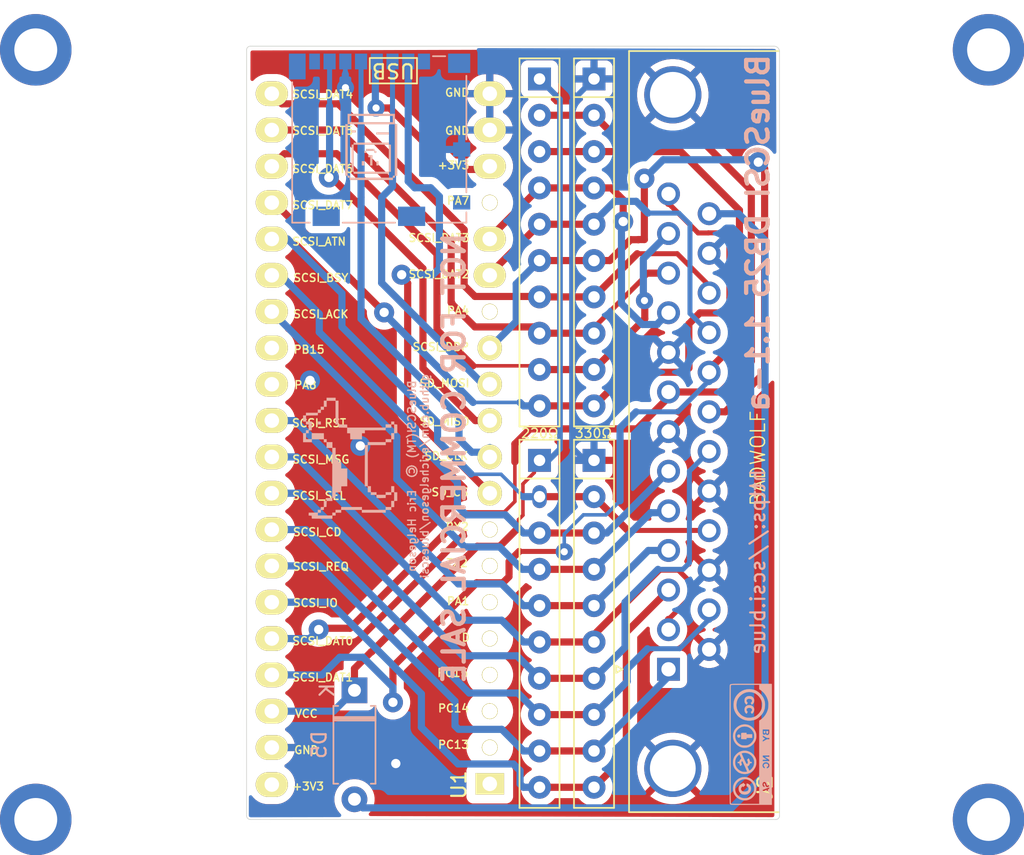
<source format=kicad_pcb>
(kicad_pcb (version 20241229) (generator "pcbnew") (generator_version "9.0")
  (layers (0 "F.Cu" signal) (2 "B.Cu" signal) (13 "F.Paste" user) (15 "B.Paste" user) (5 "F.SilkS" user "F.Silkscreen") (7 "B.SilkS" user "B.Silkscreen") (1 "F.Mask" user) (3 "B.Mask" user) (25 "Edge.Cuts" user))
  (net 0 "")
  (net 1 "/SD_MISO")
  (net 2 "GND")
  (net 3 "/SD_CLK")
  (net 4 "+3V3")
  (net 5 "/SD_MOSI")
  (net 6 "/SD_CS")
  (net 7 "/SCSI_IO")
  (net 8 "/SCSI_REQ")
  (net 9 "/SCSI_CD")
  (net 10 "/SCSI_SEL")
  (net 11 "/SCSI_RST")
  (net 12 "/SCSI_ACK")
  (net 13 "/SCSI_BSY")
  (net 14 "/SCSI_ATN")
  (net 15 "/SCSI_MSG")
  (net 16 "/SCSI_DBP")
  (net 17 "/SCSI_DAT7")
  (net 18 "/SCSI_DAT6")
  (net 19 "/SCSI_DAT5")
  (net 20 "/SCSI_DAT4")
  (net 21 "/SCSI_DAT3")
  (net 22 "/SCSI_DAT2")
  (net 23 "/SCSI_DAT1")
  (net 24 "/SCSI_DAT0")
  (net 25 "VCC")
  (net 26 "/TERM_PWR")
  (footprint "Resistor_THT:R_Array_SIP10" (layer "F.Cu") (at 108.315 98.175 -90)
    (property "Reference" "RN1" (hide yes))
    (property "Value" "220")
  )
  (footprint "Resistor_THT:R_Array_SIP10" (layer "F.Cu") (at 112.125 98.175 -90)
    (property "Reference" "RN2" (hide yes))
    (property "Value" "330")
  )
  (footprint "Resistor_THT:R_Array_SIP10" (layer "F.Cu") (at 108.315 124.845 -90)
    (property "Reference" "RN3" (hide yes))
    (property "Value" "220")
  )
  (footprint "Resistor_THT:R_Array_SIP10" (layer "F.Cu") (at 112.125 124.845 -90)
    (property "Reference" "RN4" (hide yes))
    (property "Value" "330")
  )
  (footprint "Connector_Dsub:DSUB-25_Male_Horizontal_P2.77x2.84mm_EdgePinOffset4.94mm_Housed_MountingHolesOffset7.48mm" (layer "F.Cu") (at 117.335 139.455 90)
    (property "Reference" "J2")
    (property "Value" "DB25_Male_MountingHoles")
  )
  (footprint "blue:BluePill_STM32F103C" (layer "F.Cu") (at 104.835 147.414 180)
    (property "Reference" "U1")
    (property "Value" "BluePill_STM32F103C" (hide yes))
  )
  (footprint "BlueSCSILogo:cc_by_nc_sa_front_silk_screen" (layer "B.Cu") (at 123.085 144.705 -90)
    (property "Reference" "G002" (hide yes))
    (property "Value" "LOGO" (hide yes))
  )
  (footprint "BlueSCSILogo:mac_happy_small" (layer "B.Cu") (at 96.585 102.955)
    (property "Reference" "G004" (hide yes))
    (property "Value" "LOGO" (hide yes))
  )
  (footprint "BlueSCSILogo:dogcow" (layer "B.Cu") (at 95.085 124.705 -90)
    (property "Reference" "G001" (hide yes))
    (property "Value" "LOGO" (hide yes))
  )
  (footprint "Diode_THT:D_A-405_P7.62mm_Horizontal" (layer "B.Cu") (at 95.375 140.925 -90)
    (property "Reference" "D5")
    (property "Value" "Diode")
  )
  (footprint "Connector_Card:microSD_HC_Molex_104031-0811" (layer "B.Cu") (at 97.13 102.405 180)
    (property "Reference" "J5" (hide yes))
    (property "Value" "Micro_SD_Card")
  )
  (gr_line (start 96.444 96.711) (end 96.444 98.489) (stroke (width 0.12)) (layer "F.SilkS"))
  (gr_line (start 96.444 98.489) (end 99.746 98.489) (stroke (width 0.12)) (layer "F.SilkS"))
  (gr_line (start 96.5075 96.711) (end 99.746 96.711) (stroke (width 0.12)) (layer "F.SilkS"))
  (gr_line (start 99.746 96.711) (end 99.746 98.489) (stroke (width 0.12)) (layer "F.SilkS"))
  (gr_line (start 87.831 149.701) (end 87.835 96.139) (stroke (width 0.05)) (layer "Edge.Cuts"))
  (gr_line (start 124.714 95.885) (end 88.089 95.885) (stroke (width 0.05)) (layer "Edge.Cuts"))
  (gr_line (start 124.841 149.959) (end 88.085 149.955) (stroke (width 0.05)) (layer "Edge.Cuts"))
  (gr_arc (start 87.835 96.139) (mid 87.909395 95.959395) (end 88.089 95.885) (stroke (width 0.05)) (layer "Edge.Cuts"))
  (gr_arc (start 88.085 149.955) (mid 87.905395 149.880605) (end 87.831 149.701) (stroke (width 0.05)) (layer "Edge.Cuts"))
  (gr_arc (start 124.714 95.885) (mid 124.983408 95.996592) (end 125.095 96.266) (stroke (width 0.05)) (layer "Edge.Cuts"))
  (gr_line (start 125.095 149.705) (end 125.095 96.266) (stroke (width 0.05)) (layer "Edge.Cuts"))
  (gr_arc (start 125.095 149.705) (mid 125.020605 149.884605) (end 124.841 149.959) (stroke (width 0.05)) (layer "Edge.Cuts"))
  (gr_text "220Ω" (at 108.335 122.955 0) (layer "F.SilkS") (effects (font (size 0.65 0.65) (thickness 0.1))))
  (gr_text "330Ω" (at 112.085 122.955 0) (layer "F.SilkS") (effects (font (size 0.65 0.65) (thickness 0.1))))
  (gr_text "BADWOLF\n" (at 123.585 124.705 90) (layer "F.SilkS") (effects (font (size 1 1) (thickness 0.1))))
  (gr_text "USB" (at 98.095 97.6 180) (layer "F.SilkS") (effects (font (size 1 1))))
  (gr_text "SCSI_DAT4" (at 93.154 99.255 0) (layer "F.SilkS") (effects (font (size 0.55 0.55) (thickness 0.1))))
  (gr_text "SCSI_DAT5" (at 93.154 101.795 0) (layer "F.SilkS") (effects (font (size 0.55 0.55) (thickness 0.1))))
  (gr_text "SCSI_DAT6" (at 93.154 104.462 0) (layer "F.SilkS") (effects (font (size 0.55 0.55) (thickness 0.1))))
  (gr_text "SCSI_DAT7" (at 93.154 107.002 0) (layer "F.SilkS") (effects (font (size 0.55 0.55) (thickness 0.1))))
  (gr_text "SCSI_ATN" (at 92.9 109.542 0) (layer "F.SilkS") (effects (font (size 0.55 0.55) (thickness 0.1))))
  (gr_text "SCSI_BSY" (at 93.027 112.082 0) (layer "F.SilkS") (effects (font (size 0.55 0.55) (thickness 0.1))))
  (gr_text "SCSI_RST" (at 92.9 122.242 0) (layer "F.SilkS") (effects (font (size 0.55 0.55) (thickness 0.1))))
  (gr_text "SCSI_MSG" (at 93.027 124.782 0) (layer "F.SilkS") (effects (font (size 0.55 0.55) (thickness 0.1))))
  (gr_text "SCSI_SEL" (at 92.9 127.322 0) (layer "F.SilkS") (effects (font (size 0.55 0.55) (thickness 0.1))))
  (gr_text "SCSI_CD" (at 92.773 129.862 0) (layer "F.SilkS") (effects (font (size 0.55 0.55) (thickness 0.1))))
  (gr_text "SCSI_REQ" (at 93.027 132.275 0) (layer "F.SilkS") (effects (font (size 0.55 0.55) (thickness 0.1))))
  (gr_text "SCSI_IO" (at 92.646 134.815 0) (layer "F.SilkS") (effects (font (size 0.55 0.55) (thickness 0.1))))
  (gr_text "SCSI_DAT0" (at 93.154 137.482 0) (layer "F.SilkS") (effects (font (size 0.55 0.55) (thickness 0.1))))
  (gr_text "SCSI_DAT1" (at 93.154 140.022 0) (layer "F.SilkS") (effects (font (size 0.55 0.55) (thickness 0.1))))
  (gr_text "LED" (at 102.683 137.232 0) (layer "F.SilkS") (effects (font (size 0.55 0.55) (thickness 0.1))))
  (gr_text "SD_CS" (at 102.048 127.072 0) (layer "F.SilkS") (effects (font (size 0.55 0.55) (thickness 0.1))))
  (gr_text "SD_CLK" (at 101.794 124.532 0) (layer "F.SilkS") (effects (font (size 0.55 0.55) (thickness 0.1))))
  (gr_text "SD_MISO" (at 101.667 122.119 0) (layer "F.SilkS") (effects (font (size 0.55 0.55) (thickness 0.1))))
  (gr_text "SD_MOSI" (at 101.667 119.452 0) (layer "F.SilkS") (effects (font (size 0.55 0.55) (thickness 0.1))))
  (gr_text "SCSI_DBP" (at 101.413 116.912 0) (layer "F.SilkS") (effects (font (size 0.55 0.55) (thickness 0.1))))
  (gr_text "SCSI_DAT2" (at 101.286 111.832 0) (layer "F.SilkS") (effects (font (size 0.55 0.55) (thickness 0.1))))
  (gr_text "SCSI_DAT3" (at 101.286 109.292 0) (layer "F.SilkS") (effects (font (size 0.55 0.55) (thickness 0.1))))
  (gr_text "+3V3" (at 102.302 104.212 0) (layer "F.SilkS") (effects (font (size 0.55 0.55) (thickness 0.1))))
  (gr_text "GND" (at 102.556 101.799 0) (layer "F.SilkS") (effects (font (size 0.55 0.55) (thickness 0.1))))
  (gr_text "GND" (at 102.556 99.132 0) (layer "F.SilkS") (effects (font (size 0.55 0.55) (thickness 0.1))))
  (gr_text "+3V3" (at 92.138 147.642 0) (layer "F.SilkS") (effects (font (size 0.55 0.55) (thickness 0.1))))
  (gr_text "GND" (at 92.011 145.102 0) (layer "F.SilkS") (effects (font (size 0.55 0.55) (thickness 0.1))))
  (gr_text "VCC" (at 92.011 142.562 0) (layer "F.SilkS") (effects (font (size 0.55 0.55) (thickness 0.1))))
  (gr_text "TX2" (at 102.556 132.025 0) (layer "F.SilkS") (effects (font (size 0.55 0.55) (thickness 0.1))))
  (gr_text "RX2" (at 102.556 129.485 0) (layer "F.SilkS") (effects (font (size 0.55 0.55) (thickness 0.1))))
  (gr_text "PC13" (at 102.302 144.725 0) (layer "F.SilkS") (effects (font (size 0.55 0.55) (thickness 0.1))))
  (gr_text "PC14" (at 102.302 142.185 0) (layer "F.SilkS") (effects (font (size 0.55 0.55) (thickness 0.1))))
  (gr_text "PC15" (at 102.2385 139.7085 0) (layer "F.SilkS") (effects (font (size 0.55 0.55) (thickness 0.1))))
  (gr_text "PB15" (at 92.2015 117.0985 0) (layer "F.SilkS") (effects (font (size 0.55 0.55) (thickness 0.1))))
  (gr_text "PA8" (at 91.9475 119.575 0) (layer "F.SilkS") (effects (font (size 0.55 0.55) (thickness 0.1))))
  (gr_text "PA4" (at 102.6195 114.372 0) (layer "F.SilkS") (effects (font (size 0.55 0.55) (thickness 0.1))))
  (gr_text "PA7" (at 102.6195 106.6885 0) (layer "F.SilkS") (effects (font (size 0.55 0.55) (thickness 0.1))))
  (gr_text "PA1" (at 102.6195 134.692 0) (layer "F.SilkS") (effects (font (size 0.55 0.55) (thickness 0.1))))
  (gr_text "SCSI_ACK" (at 93.027 114.622 0) (layer "F.SilkS") (effects (font (size 0.55 0.55) (thickness 0.1))))
  (gr_text "BlueSCSI DB25 1.1-a" (at 123.585 108.955 90) (layer "B.SilkS") (effects (font (size 1.5 1.5) (thickness 0.3)) (justify mirror)))
  (gr_text "https://scsi.blue" (at 123.585 131.955 90) (layer "B.SilkS") (effects (font (size 1 1)) (justify mirror)))
  (gr_text "NOT FOR COMMERCIAL SALE" (at 102.335 124.705 90) (layer "B.SilkS") (effects (font (size 1.5 1.5) (thickness 0.3)) (justify mirror)))
  (gr_text "BlueSCSI(TM) ©  Eric Helgeson\ngithub.com/erichelgeson/bluescsi" (at 99.835 125.955 90) (layer "B.SilkS") (effects (font (size 0.55 0.55) (thickness 0.1)) (justify mirror)))
  (via (at 73.089 149.955) (size 5) (drill 3) (layers "F.Cu" "B.Cu") (net 0))
  (via (at 139.714 149.955) (size 5) (drill 3) (layers "F.Cu" "B.Cu") (net 0))
  (via (at 139.714 96.139) (size 5) (drill 3) (layers "F.Cu" "B.Cu") (net 0))
  (via (at 73.089 96.139) (size 5) (drill 3) (layers "F.Cu" "B.Cu") (net 0))
  (segment (start 99.785 111.055) (end 100.165 111.435) (width 0.5) (layer "F.Cu") (net 1))
  (segment (start 100.165 111.435) (end 100.165 118.405) (width 0.5) (layer "F.Cu") (net 1))
  (segment (start 93.585 105.065) (end 93.785 105.065) (width 0.5) (layer "F.Cu") (net 1))
  (segment (start 100.165 118.405) (end 103.8249 122.0649) (width 0.5) (layer "F.Cu") (net 1))
  (segment (start 104.8349 122.0649) (end 104.835 122.065) (width 0.25) (layer "F.Cu") (net 1))
  (segment (start 99.775 111.055) (end 99.785 111.055) (width 0.5) (layer "F.Cu") (net 1))
  (segment (start 104.835 122.0648) (end 104.8349 122.0649) (width 0.25) (layer "F.Cu") (net 1))
  (segment (start 93.785 105.065) (end 99.775 111.055) (width 0.5) (layer "F.Cu") (net 1))
  (segment (start 103.8249 122.0649) (end 104.8349 122.0649) (width 0.5) (layer "F.Cu") (net 1))
  (via (at 93.585 105.065) (size 1.4) (drill 0.65) (layers "F.Cu" "B.Cu") (net 1))
  (segment (start 93.635 96.955) (end 93.635 100.075) (width 0.35) (layer "B.Cu") (net 1))
  (segment (start 93.635 100.075) (end 93.635 105.015) (width 0.5) (layer "B.Cu") (net 1))
  (segment (start 93.635 105.015) (end 93.585 105.065) (width 0.35) (layer "B.Cu") (net 1))
  (segment (start 117.335 117.295) (end 117.335 116.955) (width 0.25) (layer "F.Cu") (net 2))
  (via (at 94.745 98.785) (size 1.2) (drill 0.5) (layers "F.Cu" "B.Cu") (net 2))
  (via (at 98.265 146.045) (size 1.4) (drill 0.65) (layers "F.Cu" "B.Cu") (net 2))
  (via (at 95.785 123.835) (size 1.4) (drill 0.65) (layers "F.Cu" "B.Cu") (net 2))
  (via (at 92.265 119.255) (size 1.4) (drill 0.65) (layers "F.Cu" "B.Cu") (net 2))
  (segment (start 110.585 99.715) (end 110.585 123.941) (width 0.4) (layer "B.Cu") (net 2))
  (segment (start 112.125 98.175) (end 110.585 99.715) (width 0.4) (layer "B.Cu") (net 2))
  (segment (start 110.585 123.941) (end 111.807 125.163) (width 0.4) (layer "B.Cu") (net 2))
  (segment (start 104.8349 124.6049) (end 104.835 124.605) (width 0.25) (layer "B.Cu") (net 3))
  (segment (start 104.5048 124.275) (end 104.8349 123.9449) (width 0.25) (layer "B.Cu") (net 3))
  (segment (start 95.835 106.455) (end 95.835 114.945) (width 0.5) (layer "B.Cu") (net 3))
  (segment (start 95.835 104.775) (end 95.835 106.455) (width 0.5) (layer "B.Cu") (net 3))
  (segment (start 103.5806 124.275) (end 104.5048 124.275) (width 0.5) (layer "B.Cu") (net 3))
  (segment (start 102.685 123.3794) (end 103.5806 124.275) (width 0.5) (layer "B.Cu") (net 3))
  (segment (start 102.685 121.795) (end 102.685 123.3794) (width 0.5) (layer "B.Cu") (net 3))
  (segment (start 104.835 124.6048) (end 104.8349 124.6049) (width 0.25) (layer "B.Cu") (net 3))
  (segment (start 104.8349 123.9449) (end 104.8349 124.6049) (width 0.5) (layer "B.Cu") (net 3))
  (segment (start 95.835 101.425) (end 95.835 104.775) (width 0.5) (layer "B.Cu") (net 3))
  (segment (start 95.835 114.945) (end 102.685 121.795) (width 0.5) (layer "B.Cu") (net 3))
  (segment (start 95.835 96.955) (end 95.835 101.425) (width 0.35) (layer "B.Cu") (net 3))
  (segment (start 97.835 100.205) (end 102.135 104.505) (width 0.5) (layer "F.Cu") (net 4))
  (segment (start 104.8348 104.285) (end 104.835 104.2848) (width 0.25) (layer "F.Cu") (net 4))
  (segment (start 104.835 104.285) (end 104.8348 104.285) (width 0.25) (layer "F.Cu") (net 4))
  (segment (start 104.6148 104.505) (end 104.8348 104.285) (width 0.5) (layer "F.Cu") (net 4))
  (segment (start 96.885 100.205) (end 97.835 100.205) (width 0.5) (layer "F.Cu") (net 4))
  (segment (start 102.135 104.505) (end 104.6148 104.505) (width 0.5) (layer "F.Cu") (net 4))
  (via (at 96.885 100.205) (size 1.2) (drill 0.5) (layers "F.Cu" "B.Cu") (net 4))
  (segment (start 96.885 100.205) (end 96.835 100.155) (width 0.5) (layer "B.Cu") (net 4))
  (segment (start 96.835 97.055) (end 96.935 96.955) (width 0.25) (layer "B.Cu") (net 4))
  (segment (start 96.835 100.155) (end 96.835 97.055) (width 0.5) (layer "B.Cu") (net 4))
  (segment (start 104.3649 119.5249) (end 97.275 112.435) (width 0.5) (layer "B.Cu") (net 5))
  (segment (start 98.035 105.695) (end 98.035 101.465) (width 0.5) (layer "B.Cu") (net 5))
  (segment (start 98.035 101.465) (end 98.035 96.955) (width 0.35) (layer "B.Cu") (net 5))
  (segment (start 104.8349 119.5249) (end 104.835 119.525) (width 0.25) (layer "B.Cu") (net 5))
  (segment (start 104.8349 119.5249) (end 104.3649 119.5249) (width 0.5) (layer "B.Cu") (net 5))
  (segment (start 97.275 112.435) (end 97.275 106.455) (width 0.5) (layer "B.Cu") (net 5))
  (segment (start 104.835 119.5248) (end 104.8349 119.5249) (width 0.25) (layer "B.Cu") (net 5))
  (segment (start 97.275 106.455) (end 98.035 105.695) (width 0.5) (layer "B.Cu") (net 5))
  (segment (start 98.675 112.035) (end 99.095 112.455) (width 0.5) (layer "F.Cu") (net 6))
  (segment (start 98.675 111.865) (end 98.675 112.035) (width 0.5) (layer "F.Cu") (net 6))
  (segment (start 104.835 127.1448) (end 104.8349 127.1449) (width 0.25) (layer "F.Cu") (net 6))
  (segment (start 99.095 112.455) (end 99.095 121.405) (width 0.5) (layer "F.Cu") (net 6))
  (segment (start 99.095 121.405) (end 104.8349 127.1449) (width 0.5) (layer "F.Cu") (net 6))
  (segment (start 104.8349 127.1449) (end 104.835 127.145) (width 0.25) (layer "F.Cu") (net 6))
  (via (at 98.675 111.865) (size 1.4) (drill 0.65) (layers "F.Cu" "B.Cu") (net 6))
  (segment (start 100.705 105.785) (end 99.585 105.785) (width 0.5) (layer "B.Cu") (net 6))
  (segment (start 99.585 105.785) (end 99.135 105.335) (width 0.5) (layer "B.Cu") (net 6))
  (segment (start 101.315 111.415) (end 101.315 106.395) (width 0.5) (layer "B.Cu") (net 6))
  (segment (start 98.675 111.865) (end 100.865 111.865) (width 0.5) (layer "B.Cu") (net 6))
  (segment (start 101.315 106.395) (end 100.705 105.785) (width 0.5) (layer "B.Cu") (net 6))
  (segment (start 100.865 111.865) (end 101.315 111.415) (width 0.5) (layer "B.Cu") (net 6))
  (segment (start 99.135 105.335) (end 99.135 96.955) (width 0.5) (layer "B.Cu") (net 6))
  (segment (start 117.335 133.915) (end 114.385 136.865) (width 0.5) (layer "F.Cu") (net 7))
  (segment (start 114.385 145.445) (end 112.125 147.705) (width 0.5) (layer "F.Cu") (net 7))
  (segment (start 108.315 147.705) (end 112.125 147.705) (width 0.5) (layer "F.Cu") (net 7))
  (segment (start 114.385 136.865) (end 114.385 145.445) (width 0.5) (layer "F.Cu") (net 7))
  (segment (start 108.315 147.705) (end 107.1897 147.705) (width 0.5) (layer "B.Cu") (net 7))
  (segment (start 93.6448 134.7648) (end 91.725 134.7648) (width 0.5) (layer "B.Cu") (net 7))
  (segment (start 91.725 134.7648) (end 89.595 134.7648) (width 0.5) (layer "B.Cu") (net 7))
  (segment (start 102.615 146.075) (end 100.055 143.515) (width 0.5) (layer "B.Cu") (net 7))
  (segment (start 106.485 146.075) (end 102.615 146.075) (width 0.5) (layer "B.Cu") (net 7))
  (segment (start 100.055 143.515) (end 100.055 141.175) (width 0.5) (layer "B.Cu") (net 7))
  (segment (start 107.1897 147.705) (end 106.955 147.4703) (width 0.5) (layer "B.Cu") (net 7))
  (segment (start 106.955 146.545) (end 106.485 146.075) (width 0.5) (layer "B.Cu") (net 7))
  (segment (start 106.955 147.4703) (end 106.955 146.545) (width 0.5) (layer "B.Cu") (net 7))
  (segment (start 100.055 141.175) (end 93.6448 134.7648) (width 0.5) (layer "B.Cu") (net 7))
  (segment (start 91.725 134.7648) (end 92.2448 134.7648) (width 0.25) (layer "B.Cu") (net 7))
  (segment (start 108.315 145.165) (end 112.125 145.165) (width 0.5) (layer "F.Cu") (net 8))
  (segment (start 102.405 141.685) (end 92.9448 132.2248) (width 0.5) (layer "B.Cu") (net 8))
  (segment (start 108.315 145.165) (end 107.1897 145.165) (width 0.5) (layer "B.Cu") (net 8))
  (segment (start 117.335 139.955) (end 117.335 139.455) (width 0.25) (layer "B.Cu") (net 8))
  (segment (start 102.6554 143.6548) (end 102.575 143.5744) (width 0.25) (layer "B.Cu") (net 8))
  (segment (start 107.1897 145.165) (end 105.6795 143.6548) (width 0.5) (layer "B.Cu") (net 8))
  (segment (start 102.575 143.5744) (end 102.405 143.4044) (width 0.5) (layer "B.Cu") (net 8))
  (segment (start 102.405 143.4044) (end 102.405 141.685) (width 0.5) (layer "B.Cu") (net 8))
  (segment (start 112.125 145.165) (end 117.335 139.955) (width 0.5) (layer "B.Cu") (net 8))
  (segment (start 92.9448 132.2248) (end 89.595 132.2248) (width 0.5) (layer "B.Cu") (net 8))
  (segment (start 105.6795 143.6548) (end 102.6554 143.6548) (width 0.5) (layer "B.Cu") (net 8))
  (segment (start 108.315 142.625) (end 112.125 142.625) (width 0.5) (layer "F.Cu") (net 9))
  (segment (start 108.264 142.574) (end 106.8048 141.1148) (width 0.5) (layer "B.Cu") (net 9))
  (segment (start 106.8048 141.1148) (end 103.405 141.1148) (width 0.5) (layer "B.Cu") (net 9))
  (segment (start 91.975 129.6848) (end 103.405 141.1148) (width 0.5) (layer "B.Cu") (net 9))
  (segment (start 108.264 142.574) (end 108.315 142.625) (width 0.25) (layer "B.Cu") (net 9))
  (segment (start 114.445 140.305) (end 114.445 139.43) (width 0.5) (layer "B.Cu") (net 9))
  (segment (start 89.595 129.6848) (end 91.975 129.6848) (width 0.5) (layer "B.Cu") (net 9))
  (segment (start 115.86 138.015) (end 118.115 138.015) (width 0.35) (layer "B.Cu") (net 9))
  (segment (start 114.445 139.43) (end 115.86 138.015) (width 0.5) (layer "B.Cu") (net 9))
  (segment (start 120.175 135.955) (end 120.175 135.3) (width 0.5) (layer "B.Cu") (net 9))
  (segment (start 112.125 142.625) (end 114.445 140.305) (width 0.5) (layer "B.Cu") (net 9))
  (segment (start 118.115 138.015) (end 120.175 135.955) (width 0.35) (layer "B.Cu") (net 9))
  (segment (start 108.315 140.085) (end 112.125 140.085) (width 0.5) (layer "F.Cu") (net 10))
  (segment (start 108.264 140.034) (end 108.315 140.085) (width 0.25) (layer "B.Cu") (net 10))
  (segment (start 114.295 137.915) (end 114.295 134.77) (width 0.5) (layer "B.Cu") (net 10))
  (segment (start 114.295 134.77) (end 116.6 132.465) (width 0.5) (layer "B.Cu") (net 10))
  (segment (start 89.595 127.1448) (end 91.5909 127.1448) (width 0.5) (layer "B.Cu") (net 10))
  (segment (start 118.795 132.015) (end 118.795 131.35) (width 0.35) (layer "B.Cu") (net 10))
  (segment (start 118.795 131.35) (end 118.795 125.6) (width 0.35) (layer "B.Cu") (net 10))
  (segment (start 112.125 140.085) (end 114.295 137.915) (width 0.5) (layer "B.Cu") (net 10))
  (segment (start 106.7389 138.5089) (end 108.264 140.034) (width 0.5) (layer "B.Cu") (net 10))
  (segment (start 118.345 132.465) (end 118.795 132.015) (width 0.35) (layer "B.Cu") (net 10))
  (segment (start 116.6 132.465) (end 118.345 132.465) (width 0.35) (layer "B.Cu") (net 10))
  (segment (start 102.955 138.5089) (end 106.7389 138.5089) (width 0.5) (layer "B.Cu") (net 10))
  (segment (start 118.795 125.6) (end 120.175 124.22) (width 0.35) (layer "B.Cu") (net 10))
  (segment (start 91.5909 127.1448) (end 102.955 138.5089) (width 0.5) (layer "B.Cu") (net 10))
  (segment (start 108.315 135.005) (end 112.125 135.005) (width 0.5) (layer "F.Cu") (net 11))
  (segment (start 105.6697 133.485) (end 103.2322 133.485) (width 0.5) (layer "B.Cu") (net 11))
  (segment (start 103.2322 133.485) (end 102.635 133.485) (width 0.5) (layer "B.Cu") (net 11))
  (segment (start 112.125 134.945) (end 112.125 135.005) (width 0.5) (layer "B.Cu") (net 11))
  (segment (start 91.2148 122.0648) (end 89.595 122.0648) (width 0.5) (layer "B.Cu") (net 11))
  (segment (start 117.335 131.145) (end 115.925 131.145) (width 0.5) (layer "B.Cu") (net 11))
  (segment (start 102.635 133.485) (end 91.2148 122.0648) (width 0.5) (layer "B.Cu") (net 11))
  (segment (start 107.1897 135.005) (end 105.6697 133.485) (width 0.5) (layer "B.Cu") (net 11))
  (segment (start 115.925 131.145) (end 112.125 134.945) (width 0.5) (layer "B.Cu") (net 11))
  (segment (start 108.315 135.005) (end 107.1897 135.005) (width 0.5) (layer "B.Cu") (net 11))
  (segment (start 103.2322 133.485) (end 103.155 133.5622) (width 0.25) (layer "B.Cu") (net 11))
  (segment (start 108.315 132.465) (end 112.125 132.465) (width 0.5) (layer "F.Cu") (net 12))
  (segment (start 107.1897 132.465) (end 107.095 132.465) (width 0.25) (layer "B.Cu") (net 12))
  (segment (start 107.095 132.465) (end 105.5285 130.8985) (width 0.5) (layer "B.Cu") (net 12))
  (segment (start 105.5285 130.8985) (end 103.2485 130.8985) (width 0.5) (layer "B.Cu") (net 12))
  (segment (start 89.595 114.4448) (end 98.335 123.1848) (width 0.5) (layer "B.Cu") (net 12))
  (segment (start 103.0785 130.8985) (end 103.2485 130.8985) (width 0.5) (layer "B.Cu") (net 12))
  (segment (start 112.125 132.465) (end 116.085 128.505) (width 0.5) (layer "B.Cu") (net 12))
  (segment (start 116.085 128.505) (end 117.335 128.505) (width 0.5) (layer "B.Cu") (net 12))
  (segment (start 117.335 128.505) (end 117.335 128.375) (width 0.25) (layer "B.Cu") (net 12))
  (segment (start 98.335 123.1848) (end 98.335 126.155) (width 0.5) (layer "B.Cu") (net 12))
  (segment (start 108.315 132.465) (end 107.1897 132.465) (width 0.5) (layer "B.Cu") (net 12))
  (segment (start 98.335 126.155) (end 103.0785 130.8985) (width 0.5) (layer "B.Cu") (net 12))
  (segment (start 108.315 129.925) (end 112.125 129.925) (width 0.5) (layer "F.Cu") (net 13))
  (segment (start 105.925 128.655) (end 107.195 129.925) (width 0.5) (layer "B.Cu") (net 13))
  (segment (start 90.2148 111.9048) (end 92.915 114.605) (width 0.5) (layer "B.Cu") (net 13))
  (segment (start 92.915 115.885) (end 99.645 122.615) (width 0.5) (layer "B.Cu") (net 13))
  (segment (start 113.021441 129.925) (end 117.335 125.611441) (width 0.5) (layer "B.Cu") (net 13))
  (segment (start 102.575 126.385) (end 102.575 128.055) (width 0.5) (layer "B.Cu") (net 13))
  (segment (start 99.645 123.455) (end 102.575 126.385) (width 0.5) (layer "B.Cu") (net 13))
  (segment (start 103.175 128.655) (end 105.925 128.655) (width 0.5) (layer "B.Cu") (net 13))
  (segment (start 99.645 122.615) (end 99.645 123.455) (width 0.5) (layer "B.Cu") (net 13))
  (segment (start 89.595 111.9048) (end 90.2148 111.9048) (width 0.5) (layer "B.Cu") (net 13))
  (segment (start 107.195 129.925) (end 108.315 129.925) (width 0.5) (layer "B.Cu") (net 13))
  (segment (start 92.915 114.605) (end 92.915 115.885) (width 0.5) (layer "B.Cu") (net 13))
  (segment (start 89.595 111.9048) (end 89.595 112.4993) (width 0.25) (layer "B.Cu") (net 13))
  (segment (start 117.335 125.611441) (end 117.335 125.605) (width 0.25) (layer "B.Cu") (net 13))
  (segment (start 112.125 129.925) (end 113.021441 129.925) (width 0.5) (layer "B.Cu") (net 13))
  (segment (start 102.575 128.055) (end 103.175 128.655) (width 0.5) (layer "B.Cu") (net 13))
  (segment (start 108.315 127.385) (end 112.125 127.385) (width 0.5) (layer "F.Cu") (net 14))
  (segment (start 112.125 127.385) (end 114.485 129.745) (width 0.5) (layer "F.Cu") (net 14))
  (segment (start 114.485 129.745) (end 119.67 129.745) (width 0.35) (layer "F.Cu") (net 14))
  (segment (start 119.67 129.745) (end 119.915 129.5) (width 0.5) (layer "F.Cu") (net 14))
  (segment (start 119.915 129.5) (end 120.175 129.76) (width 0.25) (layer "F.Cu") (net 14))
  (segment (start 103.55321 125.8197) (end 105.6244 125.8197) (width 0.25) (layer "B.Cu") (net 14))
  (segment (start 101.185 123.45149) (end 103.52791 125.7944) (width 0.5) (layer "B.Cu") (net 14))
  (segment (start 94.49895 115.50895) (end 101.185 122.195) (width 0.5) (layer "B.Cu") (net 14))
  (segment (start 94.49895 113.16895) (end 94.49895 115.50895) (width 0.5) (layer "B.Cu") (net 14))
  (segment (start 107.1897 127.385) (end 108.315 127.385) (width 0.5) (layer "B.Cu") (net 14))
  (segment (start 90.6948 109.3648) (end 94.49895 113.16895) (width 0.5) (layer "B.Cu") (net 14))
  (segment (start 105.6244 125.8197) (end 107.1897 127.385) (width 0.25) (layer "B.Cu") (net 14))
  (segment (start 89.595 109.3648) (end 90.6948 109.3648) (width 0.5) (layer "B.Cu") (net 14))
  (segment (start 103.52791 125.7944) (end 103.55321 125.8197) (width 0.25) (layer "B.Cu") (net 14))
  (segment (start 101.185 122.195) (end 101.185 123.45149) (width 0.5) (layer "B.Cu") (net 14))
  (segment (start 112.125 137.263046) (end 112.125 137.545) (width 0.25) (layer "F.Cu") (net 15))
  (segment (start 117.335 135.965) (end 118.835 134.465) (width 0.35) (layer "F.Cu") (net 15))
  (segment (start 118.835 133.335) (end 118.025 132.525) (width 0.35) (layer "F.Cu") (net 15))
  (segment (start 117.335 136.685) (end 117.335 135.965) (width 0.5) (layer "F.Cu") (net 15))
  (segment (start 116.64 132.525) (end 112.125 137.04) (width 0.5) (layer "F.Cu") (net 15))
  (segment (start 118.835 134.465) (end 118.835 133.335) (width 0.35) (layer "F.Cu") (net 15))
  (segment (start 108.315 137.545) (end 112.125 137.545) (width 0.5) (layer "F.Cu") (net 15))
  (segment (start 112.125 137.04) (end 112.125 137.263046) (width 0.5) (layer "F.Cu") (net 15))
  (segment (start 118.025 132.525) (end 116.64 132.525) (width 0.35) (layer "F.Cu") (net 15))
  (segment (start 105.6697 136.025) (end 107.1897 137.545) (width 0.5) (layer "B.Cu") (net 15))
  (segment (start 102.9031 136.025) (end 105.6697 136.025) (width 0.5) (layer "B.Cu") (net 15))
  (segment (start 102.7669 136.025) (end 91.3467 124.6048) (width 0.5) (layer "B.Cu") (net 15))
  (segment (start 107.1897 137.545) (end 108.315 137.545) (width 0.5) (layer "B.Cu") (net 15))
  (segment (start 91.3467 124.6048) (end 89.595 124.6048) (width 0.5) (layer "B.Cu") (net 15))
  (segment (start 102.9031 136.025) (end 102.7669 136.025) (width 0.5) (layer "B.Cu") (net 15))
  (segment (start 115.225 109.415) (end 114.685 109.415) (width 0.5) (layer "F.Cu") (net 16))
  (segment (start 124.055 118.70137) (end 121.30637 121.45) (width 0.5) (layer "F.Cu") (net 16))
  (segment (start 108.315 110.875) (end 112.125 110.875) (width 0.5) (layer "F.Cu") (net 16))
  (segment (start 114.685 109.415) (end 113.225 110.875) (width 0.5) (layer "F.Cu") (net 16))
  (segment (start 121.30637 121.45) (end 120.175 121.45) (width 0.5) (layer "F.Cu") (net 16))
  (segment (start 115.645 109.405) (end 115.235 109.405) (width 0.5) (layer "F.Cu") (net 16))
  (segment (start 115.645 105.145) (end 115.645 109.405) (width 0.5) (layer "F.Cu") (net 16))
  (segment (start 115.235 109.405) (end 115.225 109.415) (width 0.5) (layer "F.Cu") (net 16))
  (segment (start 124.055 104.435) (end 124.055 118.70137) (width 0.5) (layer "F.Cu") (net 16))
  (segment (start 113.225 110.875) (end 112.125 110.875) (width 0.5) (layer "F.Cu") (net 16))
  (segment (start 123.615 103.995) (end 124.055 104.435) (width 0.5) (layer "F.Cu") (net 16))
  (segment (start 120.43 121.705) (end 120.175 121.45) (width 0.25) (layer "F.Cu") (net 16))
  (via (at 115.645 105.145) (size 1.4) (drill 0.65) (layers "F.Cu" "B.Cu") (net 16))
  (via (at 123.615 103.995) (size 1.4) (drill 0.65) (layers "F.Cu" "B.Cu") (net 16))
  (segment (start 104.835 116.9848) (end 106.685 115.1348) (width 0.5) (layer "B.Cu") (net 16))
  (segment (start 106.685 112.505) (end 108.315 110.875) (width 0.5) (layer "B.Cu") (net 16))
  (segment (start 116.965 103.825) (end 115.645 105.145) (width 0.5) (layer "B.Cu") (net 16))
  (segment (start 106.685 115.1348) (end 106.685 112.505) (width 0.5) (layer "B.Cu") (net 16))
  (segment (start 104.835 116.985) (end 104.945 117.095) (width 0.25) (layer "B.Cu") (net 16))
  (segment (start 123.445 103.825) (end 116.965 103.825) (width 0.5) (layer "B.Cu") (net 16))
  (segment (start 112.125 110.875) (end 112.125 111.344) (width 0.25) (layer "B.Cu") (net 16))
  (segment (start 123.615 103.995) (end 123.445 103.825) (width 0.5) (layer "B.Cu") (net 16))
  (segment (start 108.315 121.035) (end 112.125 121.035) (width 0.5) (layer "F.Cu") (net 17))
  (segment (start 120.985 114.465) (end 121.555 113.895) (width 0.35) (layer "F.Cu") (net 17))
  (segment (start 121.555 113.895) (end 121.555 113.465) (width 0.35) (layer "F.Cu") (net 17))
  (segment (start 121.055 108.955) (end 121.035 108.935) (width 0.35) (layer "F.Cu") (net 17))
  (segment (start 97.45 114.5) (end 89.7748 106.8248) (width 0.5) (layer "F.Cu") (net 17))
  (segment (start 120.915 114.535) (end 120.985 114.465) (width 0.5) (layer "F.Cu") (net 17))
  (segment (start 120.105 108.945) (end 119.405 108.945) (width 0.35) (layer "F.Cu") (net 17))
  (segment (start 89.7748 106.8248) (end 89.595 106.8248) (width 0.5) (layer "F.Cu") (net 17))
  (segment (start 120.115 108.935) (end 120.105 108.945) (width 0.35) (layer "F.Cu") (net 17))
  (segment (start 118.765 117.875) (end 118.755 117.865) (width 0.25) (layer "F.Cu") (net 17))
  (segment (start 114.475 118.685) (end 112.125 121.035) (width 0.5) (layer "F.Cu") (net 17))
  (segment (start 121.055 108.965) (end 121.055 108.955) (width 0.25) (layer "F.Cu") (net 17))
  (segment (start 121.555 109.465) (end 121.055 108.965) (width 0.35) (layer "F.Cu") (net 17))
  (segment (start 118.755 117.865) (end 118.755 115.305) (width 0.5) (layer "F.Cu") (net 17))
  (segment (start 121.035 108.935) (end 120.115 108.935) (width 0.35) (layer "F.Cu") (net 17))
  (segment (start 119.405 108.945) (end 117.335 106.875) (width 0.35) (layer "F.Cu") (net 17))
  (segment (start 118.765 117.875) (end 118.765 118.385) (width 0.5) (layer "F.Cu") (net 17))
  (segment (start 118.465 118.685) (end 114.475 118.685) (width 0.5) (layer "F.Cu") (net 17))
  (segment (start 117.335 106.875) (end 117.335 106.215) (width 0.5) (layer "F.Cu") (net 17))
  (segment (start 121.555 113.465) (end 121.555 109.465) (width 0.35) (layer "F.Cu") (net 17))
  (segment (start 118.765 118.385) (end 118.465 118.685) (width 0.5) (layer "F.Cu") (net 17))
  (segment (start 119.525 114.535) (end 120.915 114.535) (width 0.5) (layer "F.Cu") (net 17))
  (segment (start 118.755 115.305) (end 119.525 114.535) (width 0.5) (layer "F.Cu") (net 17))
  (via (at 97.45 114.5) (size 1.4) (drill 0.65) (layers "F.Cu" "B.Cu") (net 17))
  (segment (start 106.9495 120.7948) (end 103.6671 120.7948) (width 0.25) (layer "B.Cu") (net 17))
  (segment (start 107.1897 121.035) (end 106.9495 120.7948) (width 0.5) (layer "B.Cu") (net 17))
  (segment (start 97.45 114.5777) (end 103.6671 120.7948) (width 0.5) (layer "B.Cu") (net 17))
  (segment (start 108.315 121.035) (end 107.1897 121.035) (width 0.5) (layer "B.Cu") (net 17))
  (segment (start 97.45 114.5) (end 97.45 114.5777) (width 0.5) (layer "B.Cu") (net 17))
  (segment (start 94.085 103.405) (end 90.4748 103.405) (width 0.5) (layer "F.Cu") (net 18))
  (segment (start 115.675 113.695) (end 115.675 114.945) (width 0.5) (layer "F.Cu") (net 18))
  (segment (start 108.315 118.495) (end 112.125 118.495) (width 0.5) (layer "F.Cu") (net 18))
  (segment (start 103.98 118.235) (end 103.655 118.235) (width 0.25) (layer "F.Cu") (net 18))
  (segment (start 101.145 110.415) (end 94.135 103.405) (width 0.5) (layer "F.Cu") (net 18))
  (segment (start 115.655 113.675) (end 115.675 113.695) (width 0.5) (layer "F.Cu") (net 18))
  (segment (start 94.135 103.405) (end 94.085 103.405) (width 0.5) (layer "F.Cu") (net 18))
  (segment (start 94.085 103.405) (end 94.035 103.355) (width 0.25) (layer "F.Cu") (net 18))
  (segment (start 90.4748 103.405) (end 89.595 104.2848) (width 0.5) (layer "F.Cu") (net 18))
  (segment (start 108.315 118.495) (end 108.055 118.235) (width 0.25) (layer "F.Cu") (net 18))
  (segment (start 115.675 114.945) (end 112.125 118.495) (width 0.5) (layer "F.Cu") (net 18))
  (segment (start 101.145 115.725) (end 101.145 110.415) (width 0.5) (layer "F.Cu") (net 18))
  (segment (start 103.655 118.235) (end 101.145 115.725) (width 0.5) (layer "F.Cu") (net 18))
  (segment (start 108.055 118.235) (end 103.98 118.235) (width 0.25) (layer "F.Cu") (net 18))
  (via (at 115.655 113.675) (size 1.2) (drill 0.5) (layers "F.Cu" "B.Cu") (net 18))
  (segment (start 115.655 113.675) (end 115.575 113.595) (width 0.5) (layer "B.Cu") (net 18))
  (segment (start 115.575 110.745) (end 117.335 108.985) (width 0.5) (layer "B.Cu") (net 18))
  (segment (start 115.575 113.595) (end 115.575 110.745) (width 0.5) (layer "B.Cu") (net 18))
  (segment (start 115.925 111.755) (end 117.335 111.755) (width 0.5) (layer "F.Cu") (net 19))
  (segment (start 102.135 113.795) (end 102.185 113.845) (width 0.5) (layer "F.Cu") (net 19))
  (segment (start 89.5952 101.745) (end 89.595 101.745) (width 0.25) (layer "F.Cu") (net 19))
  (segment (start 108.315 115.955) (end 112.125 115.955) (width 0.5) (layer "F.Cu") (net 19))
  (segment (start 103.795 115.515) (end 107.875 115.515) (width 0.5) (layer "F.Cu") (net 19))
  (segment (start 94.2748 101.7448) (end 102.135 109.605) (width 0.5) (layer "F.Cu") (net 19))
  (segment (start 89.5952 101.745) (end 89.595 101.7448) (width 0.25) (layer "F.Cu") (net 19))
  (segment (start 102.185 113.905) (end 103.795 115.515) (width 0.5) (layer "F.Cu") (net 19))
  (segment (start 89.595 101.7448) (end 94.2748 101.7448) (width 0.5) (layer "F.Cu") (net 19))
  (segment (start 102.185 113.845) (end 102.185 113.905) (width 0.5) (layer "F.Cu") (net 19))
  (segment (start 102.135 109.605) (end 102.135 113.795) (width 0.5) (layer "F.Cu") (net 19))
  (segment (start 112.125 115.955) (end 112.125 115.555) (width 0.5) (layer "F.Cu") (net 19))
  (segment (start 112.125 115.555) (end 115.925 111.755) (width 0.35) (layer "F.Cu") (net 19))
  (segment (start 107.875 115.515) (end 108.315 115.955) (width 0.5) (layer "F.Cu") (net 19))
  (segment (start 108.105 113.385) (end 108.225 113.505) (width 0.5) (layer "F.Cu") (net 20))
  (segment (start 103.805 113.385) (end 108.105 113.385) (width 0.5) (layer "F.Cu") (net 20))
  (segment (start 94.245 99.915) (end 103.045 108.715) (width 0.5) (layer "F.Cu") (net 20))
  (segment (start 90.3052 99.915) (end 94.245 99.915) (width 0.5) (layer "F.Cu") (net 20))
  (segment (start 117.945 110.395) (end 120.175 112.625) (width 0.35) (layer "F.Cu") (net 20))
  (segment (start 103.045 108.715) (end 103.045 112.625) (width 0.5) (layer "F.Cu") (net 20))
  (segment (start 108.225 113.505) (end 108.315 113.415) (width 0.25) (layer "F.Cu") (net 20))
  (segment (start 89.595 99.2048) (end 90.3052 99.915) (width 0.5) (layer "F.Cu") (net 20))
  (segment (start 115.145 110.395) (end 117.945 110.395) (width 0.35) (layer "F.Cu") (net 20))
  (segment (start 112.125 113.415) (end 115.145 110.395) (width 0.5) (layer "F.Cu") (net 20))
  (segment (start 111.5603 113.415) (end 108.315 113.415) (width 0.5) (layer "F.Cu") (net 20))
  (segment (start 120.175 112.625) (end 120.175 113.14) (width 0.5) (layer "F.Cu") (net 20))
  (segment (start 103.045 112.625) (end 103.805 113.385) (width 0.5) (layer "F.Cu") (net 20))
  (segment (start 108.315 105.795) (end 112.125 105.795) (width 0.5) (layer "F.Cu") (net 21))
  (segment (start 114.165 108.145) (end 114.165 106.635) (width 0.5) (layer "F.Cu") (net 21))
  (segment (start 113.325 105.795) (end 112.125 105.795) (width 0.5) (layer "F.Cu") (net 21))
  (segment (start 104.835 109.365) (end 104.835 109.3648) (width 0.25) (layer "F.Cu") (net 21))
  (segment (start 104.835 109.3648) (end 104.835 109.275) (width 0.25) (layer "F.Cu") (net 21))
  (segment (start 104.835 109.275) (end 108.315 105.795) (width 0.5) (layer "F.Cu") (net 21))
  (segment (start 114.165 106.635) (end 113.325 105.795) (width 0.5) (layer "F.Cu") (net 21))
  (via (at 114.165 108.145) (size 1.4) (drill 0.65) (layers "F.Cu" "B.Cu") (net 21))
  (segment (start 114.045 113.885) (end 115.505 115.345) (width 0.5) (layer "B.Cu") (net 21))
  (segment (start 115.505 115.345) (end 116.545 115.345) (width 0.5) (layer "B.Cu") (net 21))
  (segment (start 116.545 115.345) (end 116.545 115.315) (width 0.25) (layer "B.Cu") (net 21))
  (segment (start 116.545 115.315) (end 117.335 114.525) (width 0.5) (layer "B.Cu") (net 21))
  (segment (start 114.045 108.265) (end 114.045 113.885) (width 0.5) (layer "B.Cu") (net 21))
  (segment (start 114.165 108.145) (end 114.045 108.265) (width 0.5) (layer "B.Cu") (net 21))
  (segment (start 104.835 111.815) (end 108.315 108.335) (width 0.5) (layer "F.Cu") (net 22))
  (segment (start 104.835 111.9048) (end 104.835 111.815) (width 0.25) (layer "F.Cu") (net 22))
  (segment (start 108.315 108.335) (end 112.125 108.335) (width 0.5) (layer "F.Cu") (net 22))
  (segment (start 104.835 111.905) (end 104.835 111.9048) (width 0.25) (layer "F.Cu") (net 22))
  (segment (start 118.055 107.555) (end 115.895 107.555) (width 0.35) (layer "B.Cu") (net 22))
  (segment (start 113.555 106.735) (end 112.125 108.165) (width 0.5) (layer "B.Cu") (net 22))
  (segment (start 118.055 107.555) (end 118.835 108.335) (width 0.35) (layer "B.Cu") (net 22))
  (segment (start 118.835 114.57) (end 120.175 115.91) (width 0.35) (layer "B.Cu") (net 22))
  (segment (start 118.835 108.335) (end 118.835 114.57) (width 0.35) (layer "B.Cu") (net 22))
  (segment (start 115.075 106.735) (end 113.555 106.735) (width 0.5) (layer "B.Cu") (net 22))
  (segment (start 115.895 107.555) (end 115.075 106.735) (width 0.5) (layer "B.Cu") (net 22))
  (segment (start 112.125 108.165) (end 112.125 108.335) (width 0.5) (layer "B.Cu") (net 22))
  (segment (start 103.925 133.405) (end 105.7554 133.405) (width 0.5) (layer "F.Cu") (net 23))
  (segment (start 118.157259 103.255) (end 118.195 103.255) (width 0.25) (layer "F.Cu") (net 23))
  (segment (start 118.195 103.255) (end 122.295 107.355) (width 0.5) (layer "F.Cu") (net 23))
  (segment (start 106.1852 131.9248) (end 106.896 131.214) (width 0.5) (layer "F.Cu") (net 23))
  (segment (start 106.1852 132.835) (end 106.1852 132.9752) (width 0.25) (layer "F.Cu") (net 23))
  (segment (start 112.125 103.255) (end 118.157259 103.255) (width 0.5) (layer "F.Cu") (net 23))
  (segment (start 98.065 141.765) (end 98.065 139.265) (width 0.5) (layer "F.Cu") (net 23))
  (segment (start 122.295 116.375) (end 120.175 118.495) (width 0.5) (layer "F.Cu") (net 23))
  (segment (start 106.896 131.214) (end 110.024 131.214) (width 0.35) (layer "F.Cu") (net 23))
  (segment (start 106.1852 132.835) (end 106.1852 131.9248) (width 0.5) (layer "F.Cu") (net 23))
  (segment (start 98.065 139.265) (end 103.925 133.405) (width 0.5) (layer "F.Cu") (net 23))
  (segment (start 120.175 118.495) (end 120.175 118.68) (width 0.5) (layer "F.Cu") (net 23))
  (segment (start 110.024 131.214) (end 110.045 131.235) (width 0.5) (layer "F.Cu") (net 23))
  (segment (start 122.295 107.355) (end 122.295 116.375) (width 0.5) (layer "F.Cu") (net 23))
  (segment (start 105.7554 133.405) (end 106.1852 132.9752) (width 0.5) (layer "F.Cu") (net 23))
  (segment (start 108.315 103.255) (end 112.125 103.255) (width 0.5) (layer "F.Cu") (net 23))
  (via (at 98.065 141.765) (size 1.4) (drill 0.65) (layers "F.Cu" "B.Cu") (net 23))
  (via (at 110.045 131.235) (size 1.2) (drill 0.5) (layers "F.Cu" "B.Cu") (net 23))
  (segment (start 120.175 118.68) (end 120.175 119.335) (width 0.25) (layer "B.Cu") (net 23))
  (segment (start 117.99 121.45) (end 115.07 121.45) (width 0.35) (layer "B.Cu") (net 23))
  (segment (start 95.975 138.615) (end 94.345 138.615) (width 0.5) (layer "B.Cu") (net 23))
  (segment (start 94.345 138.615) (end 93.1152 139.8448) (width 0.5) (layer "B.Cu") (net 23))
  (segment (start 98.065 140.705) (end 95.975 138.615) (width 0.5) (layer "B.Cu") (net 23))
  (segment (start 113.945 122.575) (end 113.945 127.675) (width 0.5) (layer "B.Cu") (net 23))
  (segment (start 115.07 121.45) (end 113.945 122.575) (width 0.5) (layer "B.Cu") (net 23))
  (segment (start 93.1152 139.8448) (end 89.595 139.8448) (width 0.5) (layer "B.Cu") (net 23))
  (segment (start 110.045 129.9952) (end 111.3852 128.655) (width 0.25) (layer "B.Cu") (net 23))
  (segment (start 98.065 141.765) (end 98.065 140.705) (width 0.5) (layer "B.Cu") (net 23))
  (segment (start 110.045 131.235) (end 110.045 129.9952) (width 0.25) (layer "B.Cu") (net 23))
  (segment (start 111.3852 128.655) (end 112.965 128.655) (width 0.25) (layer "B.Cu") (net 23))
  (segment (start 112.965 128.655) (end 113.945 127.675) (width 0.25) (layer "B.Cu") (net 23))
  (segment (start 120.105 119.335) (end 117.99 121.45) (width 0.35) (layer "B.Cu") (net 23))
  (segment (start 120.175 119.335) (end 120.105 119.335) (width 0.5) (layer "B.Cu") (net 23))
  (segment (start 106.5907 123.6993) (end 106.5907 124.955) (width 0.5) (layer "F.Cu") (net 24))
  (segment (start 106.5907 127.7193) (end 105.8952 128.4148) (width 0.25) (layer "F.Cu") (net 24))
  (segment (start 112.125 100.715) (end 113.595 102.185) (width 0.5) (layer "F.Cu") (net 24))
  (segment (start 113.595 102.185) (end 119.345 102.185) (width 0.5) (layer "F.Cu") (net 24))
  (segment (start 108.315 100.715) (end 112.125 100.715) (width 0.5) (layer "F.Cu") (net 24))
  (segment (start 120.975 120.065) (end 117.7093 120.065) (width 0.5) (layer "F.Cu") (net 24))
  (segment (start 93.165 136.585) (end 92.875 136.295) (width 0.5) (layer "F.Cu") (net 24))
  (segment (start 105.735 128.575) (end 103.075 128.575) (width 0.5) (layer "F.Cu") (net 24))
  (segment (start 92.875 136.295) (end 92.875 136.675) (width 0.5) (layer "F.Cu") (net 24))
  (segment (start 115.1293 122.645) (end 108.3962 122.645) (width 0.5) (layer "F.Cu") (net 24))
  (segment (start 108.3962 122.645) (end 107.645 122.645) (width 0.5) (layer "F.Cu") (net 24))
  (segment (start 123.125 117.915) (end 120.975 120.065) (width 0.5) (layer "F.Cu") (net 24))
  (segment (start 106.5907 124.955) (end 106.5907 127.7193) (width 0.25) (layer "F.Cu") (net 24))
  (segment (start 107.645 122.645) (end 106.5907 123.6993) (width 0.5) (layer "F.Cu") (net 24))
  (segment (start 123.125 105.965) (end 123.125 117.915) (width 0.5) (layer "F.Cu") (net 24))
  (segment (start 117.7093 120.065) (end 115.1293 122.645) (width 0.5) (layer "F.Cu") (net 24))
  (segment (start 95.065 136.585) (end 93.165 136.585) (width 0.5) (layer "F.Cu") (net 24))
  (segment (start 119.345 102.185) (end 123.125 105.965) (width 0.5) (layer "F.Cu") (net 24))
  (segment (start 117.7093 120.065) (end 117.335 120.065) (width 0.25) (layer "F.Cu") (net 24))
  (segment (start 103.075 128.575) (end 95.065 136.585) (width 0.5) (layer "F.Cu") (net 24))
  (via (at 92.875 136.675) (size 1.4) (drill 0.65) (layers "F.Cu" "B.Cu") (net 24))
  (segment (start 92.875 136.675) (end 92.235 137.315) (width 0.5) (layer "B.Cu") (net 24))
  (segment (start 91.855 137.315) (end 91.0555 137.315) (width 0.5) (layer "B.Cu") (net 24))
  (segment (start 91.0453 137.3048) (end 89.595 137.3048) (width 0.5) (layer "B.Cu") (net 24))
  (segment (start 92.235 137.315) (end 91.855 137.315) (width 0.5) (layer "B.Cu") (net 24))
  (segment (start 91.0555 137.315) (end 91.0453 137.3048) (width 0.5) (layer "B.Cu") (net 24))
  (segment (start 107.9497 125.2103) (end 107.9497 125.7003) (width 0.25) (layer "F.Cu") (net 25))
  (segment (start 108.315 124.845) (end 108.155 125.005) (width 0.5) (layer "F.Cu") (net 25))
  (segment (start 106.845 129.545) (end 105.535 130.855) (width 0.5) (layer "F.Cu") (net 25))
  (segment (start 96.575 138.235) (end 96.545 138.235) (width 0.5) (layer "F.Cu") (net 25))
  (segment (start 108.315 124.845) (end 107.9497 125.2103) (width 0.25) (layer "F.Cu") (net 25))
  (segment (start 103.955 130.855) (end 96.575 138.235) (width 0.5) (layer "F.Cu") (net 25))
  (segment (start 96.545 138.235) (end 95.375 139.405) (width 0.5) (layer "F.Cu") (net 25))
  (segment (start 107.155 128.683) (end 107.155 126.495) (width 0.25) (layer "F.Cu") (net 25))
  (segment (start 107.9497 125.7003) (end 107.155 126.495) (width 0.25) (layer "F.Cu") (net 25))
  (segment (start 106.845 129.545) (end 106.845 128.993) (width 0.25) (layer "F.Cu") (net 25))
  (segment (start 105.535 130.855) (end 103.955 130.855) (width 0.5) (layer "F.Cu") (net 25))
  (segment (start 95.375 139.405) (end 95.375 140.925) (width 0.5) (layer "F.Cu") (net 25))
  (segment (start 106.845 128.993) (end 107.155 128.683) (width 0.25) (layer "F.Cu") (net 25))
  (segment (start 108.129 124.395) (end 107.997 124.527) (width 0.25) (layer "B.Cu") (net 25))
  (segment (start 108.579 124.845) (end 108.129 124.395) (width 0.25) (layer "B.Cu") (net 25))
  (segment (start 109.745 124.05) (end 109.745 99.605) (width 0.4) (layer "B.Cu") (net 25))
  (segment (start 108.579 124.845) (end 108.95 124.845) (width 0.25) (layer "B.Cu") (net 25))
  (segment (start 108.315 124.845) (end 108.579 124.845) (width 0.25) (layer "B.Cu") (net 25))
  (segment (start 89.595 142.3848) (end 93.9152 142.3848) (width 0.5) (layer "B.Cu") (net 25))
  (segment (start 93.9152 142.3848) (end 95.375 140.925) (width 0.5) (layer "B.Cu") (net 25))
  (segment (start 89.595 142.385) (end 89.5952 142.385) (width 0.4) (layer "B.Cu") (net 25))
  (segment (start 109.745 99.605) (end 108.315 98.175) (width 0.4) (layer "B.Cu") (net 25))
  (segment (start 89.5952 142.385) (end 89.595 142.3848) (width 0.25) (layer "B.Cu") (net 25))
  (segment (start 108.95 124.845) (end 109.745 124.05) (width 0.4) (layer "B.Cu") (net 25))
  (segment (start 120.175 107.6) (end 122.23 107.6) (width 0.5) (layer "B.Cu") (net 26))
  (segment (start 124.085 146.805) (end 121.745 149.145) (width 0.5) (layer "B.Cu") (net 26))
  (segment (start 124.085 109.455) (end 124.085 146.805) (width 0.5) (layer "B.Cu") (net 26))
  (segment (start 120.394762 107.819762) (end 120.849762 107.819762) (width 0.4) (layer "B.Cu") (net 26))
  (segment (start 122.23 107.6) (end 124.085 109.455) (width 0.5) (layer "B.Cu") (net 26))
  (segment (start 120.175 107.6) (end 120.394762 107.819762) (width 0.4) (layer "B.Cu") (net 26))
  (segment (start 121.745 149.145) (end 95.975 149.145) (width 0.5) (layer "B.Cu") (net 26))
  (segment (start 95.975 149.145) (end 95.375 148.545) (width 0.5) (layer "B.Cu") (net 26))
  (zone (net 2) (net_name "GND") (layer "F.Cu") (priority 1) (connect_pads (clearance 0.508)) (min_thickness 0.25) (fill yes (thermal_gap 0.5) (thermal_bridge_width 0.5))
    (polygon (pts (xy 124.725 96.075) (xy 88.105 96.185) (xy 88.035 149.695) (xy 124.735 149.795) (xy 124.735 96.135)))
  )
  (zone (net 2) (net_name "GND") (layer "B.Cu") (connect_pads (clearance 0.508)) (min_thickness 0.25) (fill yes (thermal_gap 0.5) (thermal_bridge_width 0.5))
    (polygon (pts (xy 124.855 96.075) (xy 88.105 95.975) (xy 87.985 149.805) (xy 125.005 149.725)))
  )
)
</source>
